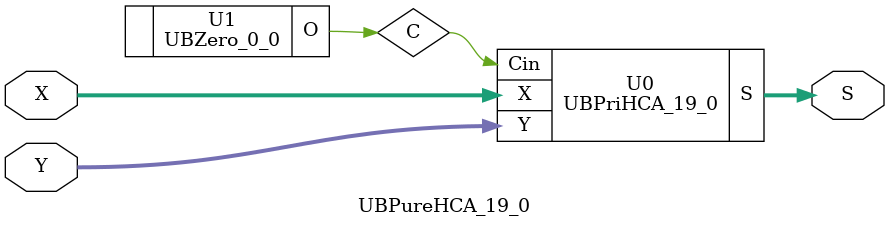
<source format=v>
/*----------------------------------------------------------------------------
  Copyright (c) 2021 Homma laboratory. All rights reserved.

  Top module: UBHCA_19_0_19_0

  Operand-1 length: 20
  Operand-2 length: 20
  Two-operand addition algorithm: Han-Carlson adder
----------------------------------------------------------------------------*/

module GPGenerator(Go, Po, A, B);
  output Go;
  output Po;
  input A;
  input B;
  assign Go = A & B;
  assign Po = A ^ B;
endmodule

module CarryOperator(Go, Po, Gi1, Pi1, Gi2, Pi2);
  output Go;
  output Po;
  input Gi1;
  input Gi2;
  input Pi1;
  input Pi2;
  assign Go = Gi1 | ( Gi2 & Pi1 );
  assign Po = Pi1 & Pi2;
endmodule

module UBPriHCA_19_0(S, X, Y, Cin);
  output [20:0] S;
  input Cin;
  input [19:0] X;
  input [19:0] Y;
  wire [19:0] G0;
  wire [19:0] G1;
  wire [19:0] G2;
  wire [19:0] G3;
  wire [19:0] G4;
  wire [19:0] G5;
  wire [19:0] G6;
  wire [19:0] P0;
  wire [19:0] P1;
  wire [19:0] P2;
  wire [19:0] P3;
  wire [19:0] P4;
  wire [19:0] P5;
  wire [19:0] P6;
  assign P1[0] = P0[0];
  assign G1[0] = G0[0];
  assign P1[2] = P0[2];
  assign G1[2] = G0[2];
  assign P1[4] = P0[4];
  assign G1[4] = G0[4];
  assign P1[6] = P0[6];
  assign G1[6] = G0[6];
  assign P1[8] = P0[8];
  assign G1[8] = G0[8];
  assign P1[10] = P0[10];
  assign G1[10] = G0[10];
  assign P1[12] = P0[12];
  assign G1[12] = G0[12];
  assign P1[14] = P0[14];
  assign G1[14] = G0[14];
  assign P1[16] = P0[16];
  assign G1[16] = G0[16];
  assign P1[18] = P0[18];
  assign G1[18] = G0[18];
  assign P2[0] = P1[0];
  assign G2[0] = G1[0];
  assign P2[1] = P1[1];
  assign G2[1] = G1[1];
  assign P2[2] = P1[2];
  assign G2[2] = G1[2];
  assign P2[4] = P1[4];
  assign G2[4] = G1[4];
  assign P2[6] = P1[6];
  assign G2[6] = G1[6];
  assign P2[8] = P1[8];
  assign G2[8] = G1[8];
  assign P2[10] = P1[10];
  assign G2[10] = G1[10];
  assign P2[12] = P1[12];
  assign G2[12] = G1[12];
  assign P2[14] = P1[14];
  assign G2[14] = G1[14];
  assign P2[16] = P1[16];
  assign G2[16] = G1[16];
  assign P2[18] = P1[18];
  assign G2[18] = G1[18];
  assign P3[0] = P2[0];
  assign G3[0] = G2[0];
  assign P3[1] = P2[1];
  assign G3[1] = G2[1];
  assign P3[2] = P2[2];
  assign G3[2] = G2[2];
  assign P3[3] = P2[3];
  assign G3[3] = G2[3];
  assign P3[4] = P2[4];
  assign G3[4] = G2[4];
  assign P3[6] = P2[6];
  assign G3[6] = G2[6];
  assign P3[8] = P2[8];
  assign G3[8] = G2[8];
  assign P3[10] = P2[10];
  assign G3[10] = G2[10];
  assign P3[12] = P2[12];
  assign G3[12] = G2[12];
  assign P3[14] = P2[14];
  assign G3[14] = G2[14];
  assign P3[16] = P2[16];
  assign G3[16] = G2[16];
  assign P3[18] = P2[18];
  assign G3[18] = G2[18];
  assign P4[0] = P3[0];
  assign G4[0] = G3[0];
  assign P4[1] = P3[1];
  assign G4[1] = G3[1];
  assign P4[2] = P3[2];
  assign G4[2] = G3[2];
  assign P4[3] = P3[3];
  assign G4[3] = G3[3];
  assign P4[4] = P3[4];
  assign G4[4] = G3[4];
  assign P4[5] = P3[5];
  assign G4[5] = G3[5];
  assign P4[6] = P3[6];
  assign G4[6] = G3[6];
  assign P4[7] = P3[7];
  assign G4[7] = G3[7];
  assign P4[8] = P3[8];
  assign G4[8] = G3[8];
  assign P4[10] = P3[10];
  assign G4[10] = G3[10];
  assign P4[12] = P3[12];
  assign G4[12] = G3[12];
  assign P4[14] = P3[14];
  assign G4[14] = G3[14];
  assign P4[16] = P3[16];
  assign G4[16] = G3[16];
  assign P4[18] = P3[18];
  assign G4[18] = G3[18];
  assign P5[0] = P4[0];
  assign G5[0] = G4[0];
  assign P5[1] = P4[1];
  assign G5[1] = G4[1];
  assign P5[2] = P4[2];
  assign G5[2] = G4[2];
  assign P5[3] = P4[3];
  assign G5[3] = G4[3];
  assign P5[4] = P4[4];
  assign G5[4] = G4[4];
  assign P5[5] = P4[5];
  assign G5[5] = G4[5];
  assign P5[6] = P4[6];
  assign G5[6] = G4[6];
  assign P5[7] = P4[7];
  assign G5[7] = G4[7];
  assign P5[8] = P4[8];
  assign G5[8] = G4[8];
  assign P5[9] = P4[9];
  assign G5[9] = G4[9];
  assign P5[10] = P4[10];
  assign G5[10] = G4[10];
  assign P5[11] = P4[11];
  assign G5[11] = G4[11];
  assign P5[12] = P4[12];
  assign G5[12] = G4[12];
  assign P5[13] = P4[13];
  assign G5[13] = G4[13];
  assign P5[14] = P4[14];
  assign G5[14] = G4[14];
  assign P5[15] = P4[15];
  assign G5[15] = G4[15];
  assign P5[16] = P4[16];
  assign G5[16] = G4[16];
  assign P5[18] = P4[18];
  assign G5[18] = G4[18];
  assign P6[0] = P5[0];
  assign G6[0] = G5[0];
  assign P6[1] = P5[1];
  assign G6[1] = G5[1];
  assign P6[3] = P5[3];
  assign G6[3] = G5[3];
  assign P6[5] = P5[5];
  assign G6[5] = G5[5];
  assign P6[7] = P5[7];
  assign G6[7] = G5[7];
  assign P6[9] = P5[9];
  assign G6[9] = G5[9];
  assign P6[11] = P5[11];
  assign G6[11] = G5[11];
  assign P6[13] = P5[13];
  assign G6[13] = G5[13];
  assign P6[15] = P5[15];
  assign G6[15] = G5[15];
  assign P6[17] = P5[17];
  assign G6[17] = G5[17];
  assign P6[19] = P5[19];
  assign G6[19] = G5[19];
  assign S[0] = Cin ^ P0[0];
  assign S[1] = ( G6[0] | ( P6[0] & Cin ) ) ^ P0[1];
  assign S[2] = ( G6[1] | ( P6[1] & Cin ) ) ^ P0[2];
  assign S[3] = ( G6[2] | ( P6[2] & Cin ) ) ^ P0[3];
  assign S[4] = ( G6[3] | ( P6[3] & Cin ) ) ^ P0[4];
  assign S[5] = ( G6[4] | ( P6[4] & Cin ) ) ^ P0[5];
  assign S[6] = ( G6[5] | ( P6[5] & Cin ) ) ^ P0[6];
  assign S[7] = ( G6[6] | ( P6[6] & Cin ) ) ^ P0[7];
  assign S[8] = ( G6[7] | ( P6[7] & Cin ) ) ^ P0[8];
  assign S[9] = ( G6[8] | ( P6[8] & Cin ) ) ^ P0[9];
  assign S[10] = ( G6[9] | ( P6[9] & Cin ) ) ^ P0[10];
  assign S[11] = ( G6[10] | ( P6[10] & Cin ) ) ^ P0[11];
  assign S[12] = ( G6[11] | ( P6[11] & Cin ) ) ^ P0[12];
  assign S[13] = ( G6[12] | ( P6[12] & Cin ) ) ^ P0[13];
  assign S[14] = ( G6[13] | ( P6[13] & Cin ) ) ^ P0[14];
  assign S[15] = ( G6[14] | ( P6[14] & Cin ) ) ^ P0[15];
  assign S[16] = ( G6[15] | ( P6[15] & Cin ) ) ^ P0[16];
  assign S[17] = ( G6[16] | ( P6[16] & Cin ) ) ^ P0[17];
  assign S[18] = ( G6[17] | ( P6[17] & Cin ) ) ^ P0[18];
  assign S[19] = ( G6[18] | ( P6[18] & Cin ) ) ^ P0[19];
  assign S[20] = G6[19] | ( P6[19] & Cin );
  GPGenerator U0 (G0[0], P0[0], X[0], Y[0]);
  GPGenerator U1 (G0[1], P0[1], X[1], Y[1]);
  GPGenerator U2 (G0[2], P0[2], X[2], Y[2]);
  GPGenerator U3 (G0[3], P0[3], X[3], Y[3]);
  GPGenerator U4 (G0[4], P0[4], X[4], Y[4]);
  GPGenerator U5 (G0[5], P0[5], X[5], Y[5]);
  GPGenerator U6 (G0[6], P0[6], X[6], Y[6]);
  GPGenerator U7 (G0[7], P0[7], X[7], Y[7]);
  GPGenerator U8 (G0[8], P0[8], X[8], Y[8]);
  GPGenerator U9 (G0[9], P0[9], X[9], Y[9]);
  GPGenerator U10 (G0[10], P0[10], X[10], Y[10]);
  GPGenerator U11 (G0[11], P0[11], X[11], Y[11]);
  GPGenerator U12 (G0[12], P0[12], X[12], Y[12]);
  GPGenerator U13 (G0[13], P0[13], X[13], Y[13]);
  GPGenerator U14 (G0[14], P0[14], X[14], Y[14]);
  GPGenerator U15 (G0[15], P0[15], X[15], Y[15]);
  GPGenerator U16 (G0[16], P0[16], X[16], Y[16]);
  GPGenerator U17 (G0[17], P0[17], X[17], Y[17]);
  GPGenerator U18 (G0[18], P0[18], X[18], Y[18]);
  GPGenerator U19 (G0[19], P0[19], X[19], Y[19]);
  CarryOperator U20 (G1[1], P1[1], G0[1], P0[1], G0[0], P0[0]);
  CarryOperator U21 (G1[3], P1[3], G0[3], P0[3], G0[2], P0[2]);
  CarryOperator U22 (G1[5], P1[5], G0[5], P0[5], G0[4], P0[4]);
  CarryOperator U23 (G1[7], P1[7], G0[7], P0[7], G0[6], P0[6]);
  CarryOperator U24 (G1[9], P1[9], G0[9], P0[9], G0[8], P0[8]);
  CarryOperator U25 (G1[11], P1[11], G0[11], P0[11], G0[10], P0[10]);
  CarryOperator U26 (G1[13], P1[13], G0[13], P0[13], G0[12], P0[12]);
  CarryOperator U27 (G1[15], P1[15], G0[15], P0[15], G0[14], P0[14]);
  CarryOperator U28 (G1[17], P1[17], G0[17], P0[17], G0[16], P0[16]);
  CarryOperator U29 (G1[19], P1[19], G0[19], P0[19], G0[18], P0[18]);
  CarryOperator U30 (G2[3], P2[3], G1[3], P1[3], G1[1], P1[1]);
  CarryOperator U31 (G2[5], P2[5], G1[5], P1[5], G1[3], P1[3]);
  CarryOperator U32 (G2[7], P2[7], G1[7], P1[7], G1[5], P1[5]);
  CarryOperator U33 (G2[9], P2[9], G1[9], P1[9], G1[7], P1[7]);
  CarryOperator U34 (G2[11], P2[11], G1[11], P1[11], G1[9], P1[9]);
  CarryOperator U35 (G2[13], P2[13], G1[13], P1[13], G1[11], P1[11]);
  CarryOperator U36 (G2[15], P2[15], G1[15], P1[15], G1[13], P1[13]);
  CarryOperator U37 (G2[17], P2[17], G1[17], P1[17], G1[15], P1[15]);
  CarryOperator U38 (G2[19], P2[19], G1[19], P1[19], G1[17], P1[17]);
  CarryOperator U39 (G3[5], P3[5], G2[5], P2[5], G2[1], P2[1]);
  CarryOperator U40 (G3[7], P3[7], G2[7], P2[7], G2[3], P2[3]);
  CarryOperator U41 (G3[9], P3[9], G2[9], P2[9], G2[5], P2[5]);
  CarryOperator U42 (G3[11], P3[11], G2[11], P2[11], G2[7], P2[7]);
  CarryOperator U43 (G3[13], P3[13], G2[13], P2[13], G2[9], P2[9]);
  CarryOperator U44 (G3[15], P3[15], G2[15], P2[15], G2[11], P2[11]);
  CarryOperator U45 (G3[17], P3[17], G2[17], P2[17], G2[13], P2[13]);
  CarryOperator U46 (G3[19], P3[19], G2[19], P2[19], G2[15], P2[15]);
  CarryOperator U47 (G4[9], P4[9], G3[9], P3[9], G3[1], P3[1]);
  CarryOperator U48 (G4[11], P4[11], G3[11], P3[11], G3[3], P3[3]);
  CarryOperator U49 (G4[13], P4[13], G3[13], P3[13], G3[5], P3[5]);
  CarryOperator U50 (G4[15], P4[15], G3[15], P3[15], G3[7], P3[7]);
  CarryOperator U51 (G4[17], P4[17], G3[17], P3[17], G3[9], P3[9]);
  CarryOperator U52 (G4[19], P4[19], G3[19], P3[19], G3[11], P3[11]);
  CarryOperator U53 (G5[17], P5[17], G4[17], P4[17], G4[1], P4[1]);
  CarryOperator U54 (G5[19], P5[19], G4[19], P4[19], G4[3], P4[3]);
  CarryOperator U55 (G6[2], P6[2], G5[2], P5[2], G5[1], P5[1]);
  CarryOperator U56 (G6[4], P6[4], G5[4], P5[4], G5[3], P5[3]);
  CarryOperator U57 (G6[6], P6[6], G5[6], P5[6], G5[5], P5[5]);
  CarryOperator U58 (G6[8], P6[8], G5[8], P5[8], G5[7], P5[7]);
  CarryOperator U59 (G6[10], P6[10], G5[10], P5[10], G5[9], P5[9]);
  CarryOperator U60 (G6[12], P6[12], G5[12], P5[12], G5[11], P5[11]);
  CarryOperator U61 (G6[14], P6[14], G5[14], P5[14], G5[13], P5[13]);
  CarryOperator U62 (G6[16], P6[16], G5[16], P5[16], G5[15], P5[15]);
  CarryOperator U63 (G6[18], P6[18], G5[18], P5[18], G5[17], P5[17]);
endmodule

module UBZero_0_0(O);
  output [0:0] O;
  assign O[0] = 0;
endmodule

module UBHCA_19_0_19_0 (S, X, Y);
  output [20:0] S;
  input [19:0] X;
  input [19:0] Y;
  UBPureHCA_19_0 U0 (S[20:0], X[19:0], Y[19:0]);
endmodule

module UBPureHCA_19_0 (S, X, Y);
  output [20:0] S;
  input [19:0] X;
  input [19:0] Y;
  wire C;
  UBPriHCA_19_0 U0 (S, X, Y, C);
  UBZero_0_0 U1 (C);
endmodule


</source>
